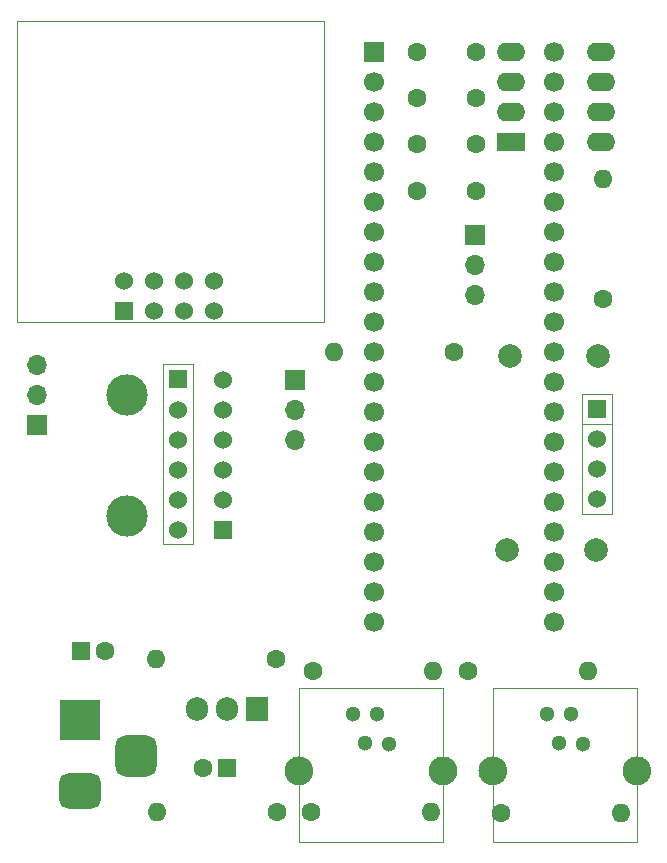
<source format=gbr>
G04 #@! TF.GenerationSoftware,KiCad,Pcbnew,(6.0.4)*
G04 #@! TF.CreationDate,2023-10-17T09:27:22+07:00*
G04 #@! TF.ProjectId,09-Prototype-Final-BugFixing,30392d50-726f-4746-9f74-7970652d4669,rev?*
G04 #@! TF.SameCoordinates,Original*
G04 #@! TF.FileFunction,Soldermask,Top*
G04 #@! TF.FilePolarity,Negative*
%FSLAX46Y46*%
G04 Gerber Fmt 4.6, Leading zero omitted, Abs format (unit mm)*
G04 Created by KiCad (PCBNEW (6.0.4)) date 2023-10-17 09:27:22*
%MOMM*%
%LPD*%
G01*
G04 APERTURE LIST*
G04 Aperture macros list*
%AMRoundRect*
0 Rectangle with rounded corners*
0 $1 Rounding radius*
0 $2 $3 $4 $5 $6 $7 $8 $9 X,Y pos of 4 corners*
0 Add a 4 corners polygon primitive as box body*
4,1,4,$2,$3,$4,$5,$6,$7,$8,$9,$2,$3,0*
0 Add four circle primitives for the rounded corners*
1,1,$1+$1,$2,$3*
1,1,$1+$1,$4,$5*
1,1,$1+$1,$6,$7*
1,1,$1+$1,$8,$9*
0 Add four rect primitives between the rounded corners*
20,1,$1+$1,$2,$3,$4,$5,0*
20,1,$1+$1,$4,$5,$6,$7,0*
20,1,$1+$1,$6,$7,$8,$9,0*
20,1,$1+$1,$8,$9,$2,$3,0*%
G04 Aperture macros list end*
%ADD10C,0.120000*%
%ADD11C,2.360000*%
%ADD12C,1.300000*%
%ADD13C,1.600000*%
%ADD14O,1.600000X1.600000*%
%ADD15R,1.600000X1.600000*%
%ADD16R,3.500000X3.500000*%
%ADD17RoundRect,0.750000X1.000000X-0.750000X1.000000X0.750000X-1.000000X0.750000X-1.000000X-0.750000X0*%
%ADD18RoundRect,0.875000X0.875000X-0.875000X0.875000X0.875000X-0.875000X0.875000X-0.875000X-0.875000X0*%
%ADD19R,1.700000X1.700000*%
%ADD20O,1.700000X1.700000*%
%ADD21C,3.500000*%
%ADD22R,1.524000X1.524000*%
%ADD23C,1.524000*%
%ADD24R,1.905000X2.000000*%
%ADD25O,1.905000X2.000000*%
%ADD26C,1.700000*%
%ADD27R,2.400000X1.600000*%
%ADD28O,2.400000X1.600000*%
%ADD29C,2.000000*%
G04 APERTURE END LIST*
D10*
G04 #@! TO.C,J5*
X190710000Y-96960000D02*
X202910000Y-96960000D01*
X202910000Y-96960000D02*
X202910000Y-109960000D01*
X202910000Y-109960000D02*
X190710000Y-109960000D01*
X190710000Y-109960000D02*
X190710000Y-96960000D01*
X204090000Y-103960000D02*
G75*
G03*
X204090000Y-103960000I-1180000J0D01*
G01*
X191890000Y-103960000D02*
G75*
G03*
X191890000Y-103960000I-1180000J0D01*
G01*
G04 #@! TO.C,J4*
X174290000Y-96960000D02*
X186490000Y-96960000D01*
X186490000Y-96960000D02*
X186490000Y-109960000D01*
X186490000Y-109960000D02*
X174290000Y-109960000D01*
X174290000Y-109960000D02*
X174290000Y-96960000D01*
X175470000Y-103960000D02*
G75*
G03*
X175470000Y-103960000I-1180000J0D01*
G01*
X187670000Y-103960000D02*
G75*
G03*
X187670000Y-103960000I-1180000J0D01*
G01*
G04 #@! TO.C,U3*
X150390000Y-40440000D02*
X176390000Y-40440000D01*
X176390000Y-40440000D02*
X176390000Y-65940000D01*
X176390000Y-65940000D02*
X150390000Y-65940000D01*
X150390000Y-65940000D02*
X150390000Y-40440000D01*
G04 #@! TO.C,U2*
X200780000Y-74620000D02*
X198240000Y-74620000D01*
X198240000Y-74620000D02*
X198240000Y-82240000D01*
X198240000Y-82240000D02*
X200780000Y-82240000D01*
X200780000Y-82240000D02*
X200780000Y-74620000D01*
X200780000Y-72080000D02*
X198240000Y-72080000D01*
X198240000Y-72080000D02*
X198240000Y-74620000D01*
X198240000Y-74620000D02*
X200780000Y-74620000D01*
X200780000Y-74620000D02*
X200780000Y-72080000D01*
X162780000Y-69540000D02*
X165320000Y-69540000D01*
X165320000Y-69540000D02*
X165320000Y-84780000D01*
X165320000Y-84780000D02*
X162780000Y-84780000D01*
X162780000Y-84780000D02*
X162780000Y-69540000D01*
G04 #@! TD*
D11*
G04 #@! TO.C,J5*
X202910000Y-103960000D03*
X190710000Y-103960000D03*
D12*
X195285000Y-99120000D03*
X197320000Y-99120000D03*
X196300000Y-101560000D03*
X198335000Y-101660000D03*
G04 #@! TD*
D13*
G04 #@! TO.C,R7*
X172390000Y-94530000D03*
D14*
X162230000Y-94530000D03*
G04 #@! TD*
D15*
G04 #@! TO.C,C7*
X155864888Y-93810000D03*
D13*
X157864888Y-93810000D03*
G04 #@! TD*
D16*
G04 #@! TO.C,J1*
X155760500Y-99664000D03*
D17*
X155760500Y-105664000D03*
D18*
X160460500Y-102664000D03*
G04 #@! TD*
D19*
G04 #@! TO.C,J2*
X152105000Y-74655000D03*
D20*
X152105000Y-72115000D03*
X152105000Y-69575000D03*
G04 #@! TD*
D21*
G04 #@! TO.C,U5*
X159740000Y-72130000D03*
X159740000Y-82370000D03*
D22*
X167890000Y-83600000D03*
D23*
X167890000Y-73440000D03*
X167890000Y-81060000D03*
X167890000Y-78520000D03*
X167890000Y-75980000D03*
X167890000Y-70900000D03*
G04 #@! TD*
D24*
G04 #@! TO.C,U6*
X170730000Y-98725000D03*
D25*
X168190000Y-98725000D03*
X165650000Y-98725000D03*
G04 #@! TD*
D11*
G04 #@! TO.C,J4*
X186490000Y-103960000D03*
X174290000Y-103960000D03*
D12*
X178865000Y-99120000D03*
X180900000Y-99120000D03*
X179880000Y-101560000D03*
X181915000Y-101660000D03*
G04 #@! TD*
D22*
G04 #@! TO.C,U3*
X159510000Y-64990000D03*
D23*
X159510000Y-62450000D03*
X162050000Y-64990000D03*
X162050000Y-62450000D03*
X164590000Y-64990000D03*
X164590000Y-62450000D03*
X167130000Y-64990000D03*
X167130000Y-62450000D03*
G04 #@! TD*
D13*
G04 #@! TO.C,R8*
X172470000Y-107440000D03*
D14*
X162310000Y-107440000D03*
G04 #@! TD*
D19*
G04 #@! TO.C,U1*
X180610000Y-43080000D03*
D26*
X180610000Y-45620000D03*
X180610000Y-48160000D03*
X180610000Y-50700000D03*
X180610000Y-53240000D03*
X180610000Y-55780000D03*
X180610000Y-58320000D03*
X180610000Y-60860000D03*
X180610000Y-63400000D03*
X180610000Y-65940000D03*
X180610000Y-68480000D03*
X180610000Y-71020000D03*
X180610000Y-73560000D03*
X180610000Y-76100000D03*
X180610000Y-78640000D03*
X180610000Y-81180000D03*
X180610000Y-83720000D03*
X180610000Y-86260000D03*
X180610000Y-88800000D03*
X180610000Y-91340000D03*
X195850000Y-91340000D03*
X195850000Y-88800000D03*
X195850000Y-86260000D03*
X195850000Y-83720000D03*
X195850000Y-81180000D03*
X195850000Y-78640000D03*
X195850000Y-76100000D03*
X195850000Y-73560000D03*
X195850000Y-71020000D03*
X195850000Y-68480000D03*
X195850000Y-65940000D03*
X195850000Y-63400000D03*
X195850000Y-60860000D03*
X195850000Y-58320000D03*
X195850000Y-55780000D03*
X195850000Y-53240000D03*
X195850000Y-50700000D03*
X195850000Y-48160000D03*
X195850000Y-45620000D03*
X195850000Y-43080000D03*
G04 #@! TD*
D13*
G04 #@! TO.C,C5*
X184250000Y-54840000D03*
X189250000Y-54840000D03*
G04 #@! TD*
D27*
G04 #@! TO.C,U4*
X192285000Y-50700000D03*
D28*
X192285000Y-48160000D03*
X192285000Y-45620000D03*
X192285000Y-43080000D03*
X199905000Y-43080000D03*
X199905000Y-45620000D03*
X199905000Y-48160000D03*
X199905000Y-50700000D03*
G04 #@! TD*
D29*
G04 #@! TO.C,C1*
X199630000Y-68870000D03*
X192130000Y-68870000D03*
G04 #@! TD*
D13*
G04 #@! TO.C,C4*
X184250000Y-50920000D03*
X189250000Y-50920000D03*
G04 #@! TD*
G04 #@! TO.C,C2*
X184260000Y-43080000D03*
X189260000Y-43080000D03*
G04 #@! TD*
D15*
G04 #@! TO.C,C8*
X168190000Y-103720000D03*
D13*
X166190000Y-103720000D03*
G04 #@! TD*
G04 #@! TO.C,R6*
X187400000Y-68480000D03*
D14*
X177240000Y-68480000D03*
G04 #@! TD*
D19*
G04 #@! TO.C,J3*
X189240000Y-58580000D03*
D20*
X189240000Y-61120000D03*
X189240000Y-63660000D03*
G04 #@! TD*
D13*
G04 #@! TO.C,R4*
X200000000Y-64010000D03*
D14*
X200000000Y-53850000D03*
G04 #@! TD*
D22*
G04 #@! TO.C,U2*
X199510000Y-73350000D03*
D23*
X199510000Y-75890000D03*
X199510000Y-78430000D03*
X199510000Y-80970000D03*
D22*
X164050000Y-70810000D03*
D23*
X164050000Y-73430000D03*
X164050000Y-78510000D03*
X164050000Y-75970000D03*
X164050000Y-81050000D03*
X164050000Y-83590000D03*
G04 #@! TD*
D13*
G04 #@! TO.C,R3*
X188640000Y-95480000D03*
D14*
X198800000Y-95480000D03*
G04 #@! TD*
D13*
G04 #@! TO.C,R5*
X191400000Y-107540000D03*
D14*
X201560000Y-107540000D03*
G04 #@! TD*
D29*
G04 #@! TO.C,C6*
X199440000Y-85250000D03*
X191940000Y-85250000D03*
G04 #@! TD*
D13*
G04 #@! TO.C,R1*
X175510000Y-95490000D03*
D14*
X185670000Y-95490000D03*
G04 #@! TD*
D19*
G04 #@! TO.C,J6*
X173925000Y-70875000D03*
D20*
X173925000Y-73415000D03*
X173925000Y-75955000D03*
G04 #@! TD*
D13*
G04 #@! TO.C,R2*
X175310000Y-107460000D03*
D14*
X185470000Y-107460000D03*
G04 #@! TD*
D13*
G04 #@! TO.C,C3*
X184260000Y-46990000D03*
X189260000Y-46990000D03*
G04 #@! TD*
M02*

</source>
